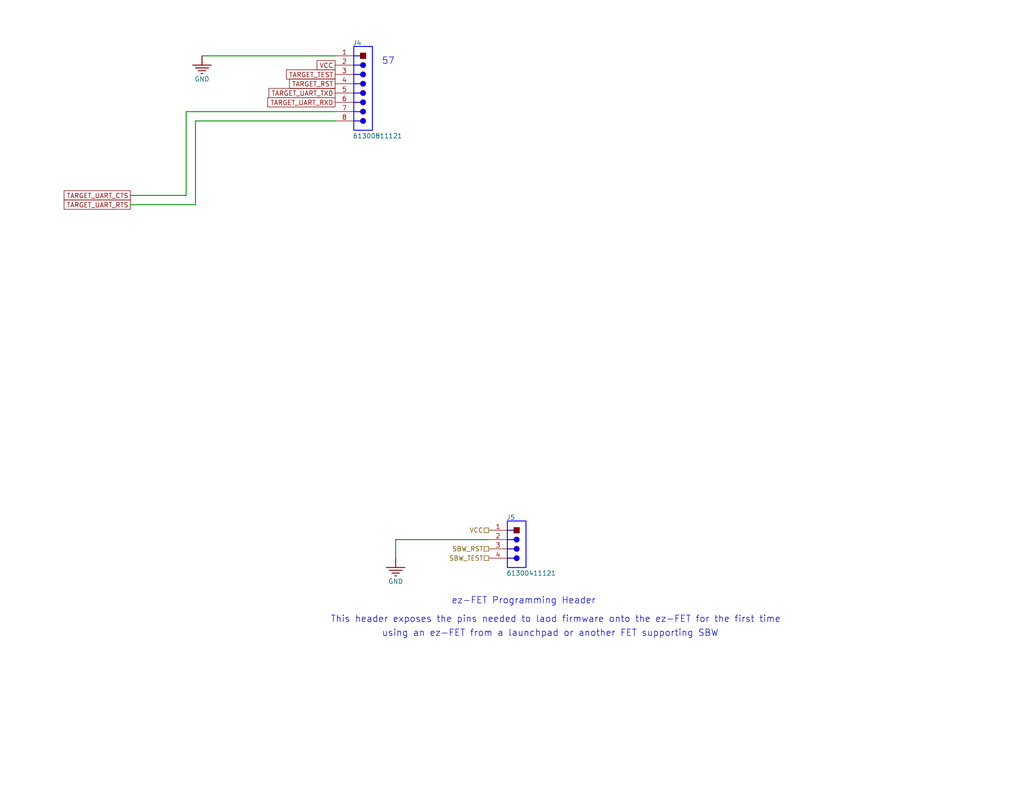
<source format=kicad_sch>
(kicad_sch (version 20230121) (generator eeschema)
  (paper "USLetter")
  (title_block (title "URC Custom ez-FET Lite Headers") (rev "C"))
  (lib_symbols
    (symbol "URC_ezFET_Lite-altium-import:GND" (power)
      (property "Reference" "#PWR" (at 0 0 0))
      (property "Value" "GND" (at 0 6.35 0))
      (symbol "GND_0_0"
        (polyline (pts (xy -2.54 -2.54) (xy 2.54 -2.54)) (stroke (width 0.254)))
        (polyline (pts (xy -1.778 -3.302) (xy 1.778 -3.302)) (stroke (width 0.254)))
        (polyline (pts (xy -1.016 -4.064) (xy 1.016 -4.064)) (stroke (width 0.254)))
        (polyline (pts (xy -0.254 -4.826) (xy 0.254 -4.826)) (stroke (width 0.254)))
        (polyline (pts (xy 0 0) (xy 0 -2.54)) (stroke (width 0.254)))
        (pin power_in line (at 0 0 0) (length 0) hide (name "GND") (number ""))
      )
    )
    (symbol "URC_ezFET_Lite-altium-import:root_0_WE-CN-1P-M-R4"
      (symbol "root_0_WE-CN-1P-M-R4_1_0"
        (polyline (pts (xy 0 -10.16) (xy 1.778 -10.16)) (stroke (width 0.254) (color 0 0 255 1)))
        (polyline (pts (xy 0 -7.62) (xy 1.778 -7.62)) (stroke (width 0.254) (color 0 0 255 1)))
        (polyline (pts (xy 0 -5.08) (xy 1.778 -5.08)) (stroke (width 0.254) (color 0 0 255 1)))
        (polyline (pts (xy 0 -2.54) (xy 1.778 -2.54)) (stroke (width 0.254) (color 0 0 255 1)))
        (polyline (pts (xy 5.08 0) (xy 0 0) (xy 0 -12.7) (xy 5.08 -12.7) (xy 5.08 0)) (stroke (width 0.254) (color 0 0 255 1)))
        (circle (center 2.54 -10.16) (radius 0.762) (stroke (width 0.0001)) (fill (type color) (color 0 0 255 1)))
        (circle (center 2.54 -7.62) (radius 0.762) (stroke (width 0.0001)) (fill (type color) (color 0 0 255 1)))
        (circle (center 2.54 -5.08) (radius 0.762) (stroke (width 0.0001)) (fill (type color) (color 0 0 255 1)))
        (rectangle (start 3.302 -1.778) (end 1.778 -3.302) (fill (type outline)))
        (pin passive line (at -5.08 -2.54 0) (length 5.08) (name "1") (number "1"))
        (pin passive line (at -5.08 -5.08 0) (length 5.08) (name "2") (number "2"))
        (pin passive line (at -5.08 -7.62 0) (length 5.08) (name "3") (number "3"))
        (pin passive line (at -5.08 -10.16 0) (length 5.08) (name "4") (number "4"))
      )
    )
    (symbol "URC_ezFET_Lite-altium-import:root_0_WE-CN-1P-M-R8"
      (symbol "root_0_WE-CN-1P-M-R8_1_0"
        (polyline (pts (xy 0 -20.32) (xy 1.778 -20.32)) (stroke (width 0.254) (color 0 0 255 1)))
        (polyline (pts (xy 0 -17.78) (xy 1.778 -17.78)) (stroke (width 0.254) (color 0 0 255 1)))
        (polyline (pts (xy 0 -15.24) (xy 1.778 -15.24)) (stroke (width 0.254) (color 0 0 255 1)))
        (polyline (pts (xy 0 -12.7) (xy 1.778 -12.7)) (stroke (width 0.254) (color 0 0 255 1)))
        (polyline (pts (xy 0 -10.16) (xy 1.778 -10.16)) (stroke (width 0.254) (color 0 0 255 1)))
        (polyline (pts (xy 0 -7.62) (xy 1.778 -7.62)) (stroke (width 0.254) (color 0 0 255 1)))
        (polyline (pts (xy 0 -5.08) (xy 1.778 -5.08)) (stroke (width 0.254) (color 0 0 255 1)))
        (polyline (pts (xy 0 -2.54) (xy 1.778 -2.54)) (stroke (width 0.254) (color 0 0 255 1)))
        (polyline (pts (xy 5.08 0) (xy 0 0) (xy 0 -22.86) (xy 5.08 -22.86) (xy 5.08 0)) (stroke (width 0.254) (color 0 0 255 1)))
        (circle (center 2.54 -20.32) (radius 0.762) (stroke (width 0.0001)) (fill (type color) (color 0 0 255 1)))
        (circle (center 2.54 -17.78) (radius 0.762) (stroke (width 0.0001)) (fill (type color) (color 0 0 255 1)))
        (circle (center 2.54 -15.24) (radius 0.762) (stroke (width 0.0001)) (fill (type color) (color 0 0 255 1)))
        (circle (center 2.54 -12.7) (radius 0.762) (stroke (width 0.0001)) (fill (type color) (color 0 0 255 1)))
        (circle (center 2.54 -10.16) (radius 0.762) (stroke (width 0.0001)) (fill (type color) (color 0 0 255 1)))
        (circle (center 2.54 -7.62) (radius 0.762) (stroke (width 0.0001)) (fill (type color) (color 0 0 255 1)))
        (circle (center 2.54 -5.08) (radius 0.762) (stroke (width 0.0001)) (fill (type color) (color 0 0 255 1)))
        (rectangle (start 3.302 -1.778) (end 1.778 -3.302) (fill (type outline)))
        (pin passive line (at -5.08 -2.54 0) (length 5.08) (name "1") (number "1"))
        (pin passive line (at -5.08 -5.08 0) (length 5.08) (name "2") (number "2"))
        (pin passive line (at -5.08 -7.62 0) (length 5.08) (name "3") (number "3"))
        (pin passive line (at -5.08 -10.16 0) (length 5.08) (name "4") (number "4"))
        (pin passive line (at -5.08 -12.7 0) (length 5.08) (name "5") (number "5"))
        (pin passive line (at -5.08 -15.24 0) (length 5.08) (name "6") (number "6"))
        (pin passive line (at -5.08 -17.78 0) (length 5.08) (name "7") (number "7"))
        (pin passive line (at -5.08 -20.32 0) (length 5.08) (name "8") (number "8"))
      )
    )
  )
  (wire (pts (xy 53.34 55.88) (xy 35.56 55.88)) (stroke (width 0.254)))
  (wire (pts (xy 50.8 30.48) (xy 91.44 30.48)) (stroke (width 0.254)))
  (wire (pts (xy 91.44 33.02) (xy 53.34 33.02)) (stroke (width 0.254)))
  (wire (pts (xy 50.8 53.34) (xy 50.8 30.48)) (stroke (width 0.254)))
  (wire (pts (xy 107.95 147.32) (xy 107.95 152.4)) (stroke (width 0.254)))
  (wire (pts (xy 35.56 53.34) (xy 50.8 53.34)) (stroke (width 0.254)))
  (wire (pts (xy 55.118 15.24) (xy 91.44 15.24)) (stroke (width 0.254)))
  (wire (pts (xy 133.35 147.32) (xy 107.95 147.32)) (stroke (width 0.254)))
  (wire (pts (xy 53.34 33.02) (xy 53.34 55.88)) (stroke (width 0.254)))
  (text "ez-FET Programming Header" (at 123.19 165.1 0) (effects (font (size 1.778 1.778)) (justify left bottom)))
  (text "57" (at 104.14 17.78 0) (effects (font (size 1.778 1.778)) (justify left bottom)))
  (text "using an ez-FET from a launchpad or another FET supporting SBW" (at 104.14 173.99 0) (effects (font (size 1.778 1.778)) (justify left bottom)))
  (text "This header exposes the pins needed to laod firmware onto the ez-FET for the first time" (at 90.17 170.18 0) (effects (font (size 1.778 1.778)) (justify left bottom)))
  (global_label "TARGET_UART_TXD" (shape passive) (at 91.44 25.4 180) (property "Intersheetrefs" "${INTERSHEET_REFS}" (effects hide)))
  (global_label "VCC" (shape passive) (at 91.44 17.78 180) (property "Intersheetrefs" "${INTERSHEET_REFS}" (effects hide)))
  (global_label "TARGET_RST" (shape passive) (at 91.44 22.86 180) (property "Intersheetrefs" "${INTERSHEET_REFS}" (effects hide)))
  (global_label "TARGET_UART_CTS" (shape passive) (at 35.56 53.34 180) (property "Intersheetrefs" "${INTERSHEET_REFS}" (effects hide)))
  (global_label "TARGET_UART_RTS" (shape passive) (at 35.56 55.88 180) (property "Intersheetrefs" "${INTERSHEET_REFS}" (effects hide)))
  (global_label "TARGET_UART_RXD" (shape passive) (at 91.44 27.94 180) (property "Intersheetrefs" "${INTERSHEET_REFS}" (effects hide)))
  (global_label "TARGET_TEST" (shape passive) (at 91.44 20.32 180) (property "Intersheetrefs" "${INTERSHEET_REFS}" (effects hide)))
  (hierarchical_label "SBW_TEST" (shape passive) (at 133.35 152.4 180))
  (hierarchical_label "SBW_RST" (shape passive) (at 133.35 149.86 180))
  (hierarchical_label "VCC" (shape passive) (at 133.35 144.78 180))
  (symbol (lib_id "URC_ezFET_Lite-altium-import:GND") (at 107.95 152.4 0) (unit 1)
    (property "Reference" "#PWR?" (effects hide))
    (property "Value" "GND" (at 107.95 158.75 0))
  )
  (symbol (lib_id "URC_ezFET_Lite-altium-import:GND") (at 55.118 15.24 0) (unit 1)
    (property "Reference" "#PWR?" (effects hide))
    (property "Value" "GND" (at 55.118 21.59 0))
  )
  (symbol (lib_id "URC_ezFET_Lite-altium-import:root_0_WE-CN-1P-M-R8") (at 96.52 12.7 0) (unit 1)
    (property "Reference" "J4" (at 96.266 12.446 0) (effects (justify left bottom)))
    (property "Value" "61300811121" (at 96.266 37.846 0) (effects (justify left bottom)))
    (property "Footprint" "AltiumImport:61300811121" (effects hide))
    (property "PUBLISHER" "WurthElektronik" (effects hide))
    (property "OPERATING TEMPERATURE" "-40to105degC" (effects hide))
    (property "ORIENTATION" "Vertical" (effects hide))
    (property "RATED CURRENT" "3A" (effects hide))
    (property "PIN NUMBER" "8" (effects hide))
    (property "MANUFACTURER" "Wurth Elektronik" (effects hide))
    (property "WORKING VOLTAGE" "250VAC" (effects hide))
    (property "ROW NUMBER" "Single" (effects hide))
    (property "PART NUMBER" "61300811121" (effects hide))
    (property "PACKAGE REFERENCE" "61300811121" (effects hide))
    (property "MOUNTING TECHNOLOGY" "THT" (effects hide))
    (property "PACKAGING" "Bag" (effects hide))
    (property "MANUFACTURER URL" "http://www.we-online.de" (effects hide))
    (property "GENDER" "Male" (effects hide))
    (property "CONTACT RESISTANCE" "20mOhm" (effects hide))
    (property "PITCH" "2.54mm" (effects hide))
    (property "DATASHEET URL" "https://katalog.we-online.de/em/datasheet/6130xx11121.pdf" (effects hide))
    (property "WITHSTANDING VOLTAGE" "500VAC" (effects hide))
  )
  (symbol (lib_id "URC_ezFET_Lite-altium-import:root_0_WE-CN-1P-M-R4") (at 138.43 142.24 0) (unit 1)
    (property "Reference" "J5" (at 138.176 141.986 0) (effects (justify left bottom)))
    (property "Value" "61300411121" (at 138.176 157.226 0) (effects (justify left bottom)))
    (property "Footprint" "AltiumImport:61300411121" (effects hide))
    (property "MANUFACTURER URL" "http://www.we-online.de" (effects hide))
    (property "WITHSTANDING VOLTAGE" "500VAC" (effects hide))
    (property "OPERATING TEMPERATURE" "-40to105degC" (effects hide))
    (property "MANUFACTURER" "Wurth Elektronik" (effects hide))
    (property "RATED CURRENT" "3A" (effects hide))
    (property "WORKING VOLTAGE" "250VAC" (effects hide))
    (property "PACKAGING" "Bag" (effects hide))
    (property "PIN NUMBER" "4" (effects hide))
    (property "MOUNTING TECHNOLOGY" "THT" (effects hide))
    (property "PACKAGE REFERENCE" "61300411121" (effects hide))
    (property "GENDER" "Male" (effects hide))
    (property "DATASHEET URL" "https://katalog.we-online.de/em/datasheet/6130xx11121.pdf" (effects hide))
    (property "PUBLISHER" "WurthElektronik" (effects hide))
    (property "PART NUMBER" "61300411121" (effects hide))
    (property "ROW NUMBER" "Single" (effects hide))
    (property "CONTACT RESISTANCE" "20mOhm" (effects hide))
    (property "PITCH" "2.54mm" (effects hide))
    (property "ORIENTATION" "Vertical" (effects hide))
  )
)
</source>
